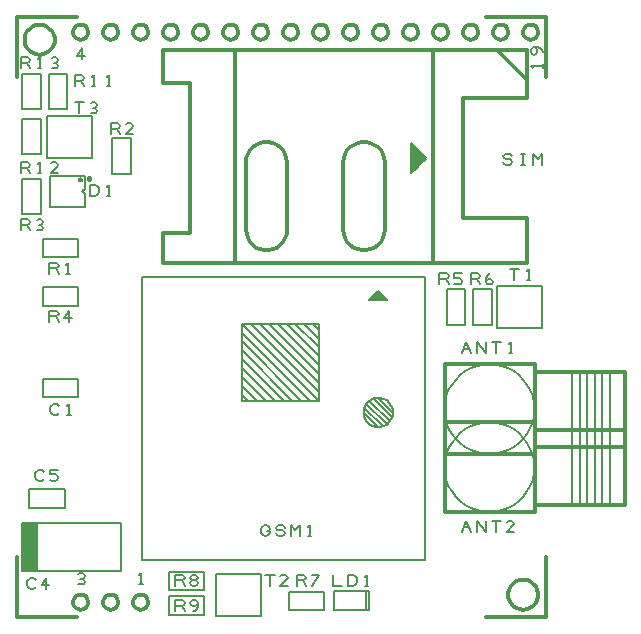
<source format=gbr>
%FSLAX23Y23*%
%MOIN*%
G04 EasyPC Gerber Version 13.0.2 Build 2807 *
%ADD10C,0.00500*%
%ADD14C,0.00800*%
%ADD11C,0.01200*%
X0Y0D02*
D02*
D10*
X17040Y18297D02*
Y18334D01*
X17061*
X17068Y18331*
X17071Y18325*
X17068Y18319*
X17061Y18316*
X17040*
X17061D02*
X17071Y18297D01*
X17093Y18300D02*
X17099Y18297D01*
X17105*
X17111Y18300*
X17115Y18306*
X17111Y18313*
X17105Y18316*
X17099*
X17105D02*
X17111Y18319D01*
X17115Y18325*
X17111Y18331*
X17105Y18334*
X17099*
X17093Y18331*
X17040Y18487D02*
Y18524D01*
X17061*
X17068Y18521*
X17071Y18515*
X17068Y18509*
X17061Y18506*
X17040*
X17061D02*
X17071Y18487D01*
X17096D02*
X17108D01*
X17102D02*
Y18524D01*
X17096Y18518*
X17165Y18487D02*
X17140D01*
X17161Y18509*
X17165Y18515*
X17161Y18521*
X17155Y18524*
X17146*
X17140Y18521*
X17040Y18837D02*
Y18874D01*
X17061*
X17068Y18871*
X17071Y18865*
X17068Y18859*
X17061Y18856*
X17040*
X17061D02*
X17071Y18837D01*
X17096D02*
X17108D01*
X17102D02*
Y18874D01*
X17096Y18868*
X17143Y18840D02*
X17149Y18837D01*
X17155*
X17161Y18840*
X17165Y18846*
X17161Y18852*
X17155Y18856*
X17149*
X17155D02*
X17161Y18859D01*
X17165Y18865*
X17161Y18871*
X17155Y18874*
X17149*
X17143Y18871*
X17045Y17163D02*
X17095D01*
Y17323*
X17045*
Y17163*
X17095*
X17045Y17166D02*
X17095D01*
X17045Y17169D02*
X17095D01*
X17045Y17172D02*
X17095D01*
X17045Y17175D02*
X17095D01*
X17045Y17177D02*
X17095D01*
X17045Y17180D02*
X17095D01*
X17045Y17184D02*
X17095D01*
X17045Y17187D02*
X17095D01*
X17045Y17190D02*
X17095D01*
X17045Y17192D02*
X17095D01*
X17045Y17195D02*
X17095D01*
X17045Y17199D02*
X17095D01*
X17045Y17202D02*
X17095D01*
X17045Y17205D02*
X17095D01*
X17045Y17208D02*
X17095D01*
X17045Y17211D02*
X17095D01*
X17045Y17214D02*
X17095D01*
X17045Y17217D02*
X17095D01*
X17045Y17220D02*
X17095D01*
X17045Y17223D02*
X17095D01*
X17045Y17226D02*
X17095D01*
X17045Y17229D02*
X17095D01*
X17045Y17232D02*
X17095D01*
X17045Y17235D02*
X17095D01*
X17045Y17238D02*
X17095D01*
X17045Y17241D02*
X17095D01*
X17045Y17244D02*
X17095D01*
X17045Y17247D02*
X17095D01*
X17045Y17250D02*
X17095D01*
X17045Y17253D02*
X17095D01*
X17045Y17256D02*
X17095D01*
X17045Y17259D02*
X17095D01*
X17045Y17262D02*
X17095D01*
X17045Y17265D02*
X17095D01*
X17045Y17267D02*
X17095D01*
X17045Y17270D02*
X17095D01*
X17045Y17274D02*
X17095D01*
X17045Y17277D02*
X17095D01*
X17045Y17280D02*
X17095D01*
X17045Y17283D02*
X17095D01*
X17045Y17286D02*
X17095D01*
X17045Y17289D02*
X17095D01*
X17045Y17292D02*
X17095D01*
X17045Y17295D02*
X17095D01*
X17045Y17298D02*
X17095D01*
X17045Y17301D02*
X17095D01*
X17045Y17304D02*
X17095D01*
X17045Y17307D02*
X17095D01*
X17045Y17310D02*
X17095D01*
X17045Y17313D02*
X17095D01*
X17045Y17316D02*
X17095D01*
X17045Y17319D02*
X17095D01*
X17045Y17322D02*
X17095D01*
X17045Y17163D02*
X17375D01*
Y17323*
X17045*
Y17163*
X17045Y18819D02*
Y18701D01*
X17108*
Y18819*
X17045*
X17091Y17108D02*
X17088Y17105D01*
X17081Y17102*
X17072*
X17066Y17105*
X17063Y17108*
X17060Y17114*
Y17127*
X17063Y17133*
X17066Y17136*
X17072Y17139*
X17081*
X17088Y17136*
X17091Y17133*
X17125Y17102D02*
Y17139D01*
X17110Y17114*
X17135*
X17118Y17468D02*
X17115Y17465D01*
X17109Y17462*
X17100*
X17093Y17465*
X17090Y17468*
X17087Y17474*
Y17487*
X17090Y17493*
X17093Y17496*
X17100Y17499*
X17109*
X17115Y17496*
X17118Y17493*
X17137Y17465D02*
X17143Y17462D01*
X17153*
X17159Y17465*
X17162Y17471*
Y17474*
X17159Y17481*
X17153Y17484*
X17137*
Y17499*
X17162*
X17106Y18351D02*
Y18469D01*
X17044*
Y18351*
X17106*
Y18551D02*
Y18669D01*
X17044*
Y18551*
X17106*
X17113Y17741D02*
X17231D01*
Y17803*
X17113*
Y17741*
Y18046D02*
X17231D01*
Y18108*
X17113*
Y18046*
X17133Y18819D02*
Y18701D01*
X17195*
Y18819*
X17133*
X17135Y17992D02*
Y18029D01*
X17156*
X17163Y18026*
X17166Y18020*
X17163Y18014*
X17156Y18011*
X17135*
X17156D02*
X17166Y17992D01*
X17200D02*
Y18029D01*
X17185Y18004*
X17210*
X17135Y18152D02*
Y18189D01*
X17156*
X17163Y18186*
X17166Y18180*
X17163Y18174*
X17156Y18171*
X17135*
X17156D02*
X17166Y18152D01*
X17191D02*
X17203D01*
X17197D02*
Y18189D01*
X17191Y18183*
X17168Y17687D02*
X17165Y17684D01*
X17159Y17681*
X17149*
X17143Y17684*
X17140Y17687*
X17137Y17694*
Y17706*
X17140Y17712*
X17143Y17715*
X17149Y17719*
X17159*
X17165Y17715*
X17168Y17712*
X17193Y17681D02*
X17206D01*
X17199D02*
Y17719D01*
X17193Y17712*
X17186Y17434D02*
X17068D01*
Y17372*
X17186*
Y17434*
X17235Y18687D02*
Y18724D01*
X17220D02*
X17251D01*
X17273Y18690D02*
X17279Y18687D01*
X17285*
X17291Y18690*
X17295Y18696*
X17291Y18703*
X17285Y18706*
X17279*
X17285D02*
X17291Y18709D01*
X17295Y18715*
X17291Y18721*
X17285Y18724*
X17279*
X17273Y18721*
X17220Y18777D02*
Y18814D01*
X17241*
X17248Y18811*
X17251Y18805*
X17248Y18799*
X17241Y18796*
X17220*
X17241D02*
X17251Y18777D01*
X17276D02*
X17288D01*
X17282D02*
Y18814D01*
X17276Y18808*
X17326Y18777D02*
X17338D01*
X17332D02*
Y18814D01*
X17326Y18808*
X17230Y17120D02*
X17236Y17117D01*
X17243*
X17249Y17120*
X17252Y17126*
X17249Y17133*
X17243Y17136*
X17236*
X17243D02*
X17249Y17139D01*
X17252Y17145*
X17249Y17151*
X17243Y17154*
X17236*
X17230Y17151*
X17243Y18867D02*
Y18904D01*
X17227Y18879*
X17252*
X17231Y18269D02*
X17113D01*
Y18207*
X17231*
Y18269*
X17238Y18461D02*
X17242Y18462D01*
X17244Y18466*
X17242Y18469*
X17238Y18471*
X17235Y18469*
X17233Y18466*
X17235Y18462*
X17238Y18461*
X17234Y18464D02*
X17243D01*
X17233Y18467D02*
X17243D01*
X17235Y18470D02*
X17242D01*
X17252Y18480D02*
Y18434D01*
X17245Y18427*
X17252Y18419*
Y18375*
X17137*
Y18480*
X17252*
X17268Y18475D02*
X17264Y18474D01*
X17262Y18471*
X17262Y18467*
X17264Y18464*
X17268Y18463*
X17272Y18464*
X17274Y18467*
X17274Y18471*
X17272Y18474*
X17268Y18475*
X17266Y18463D02*
X17270D01*
X17262Y18466D02*
X17274D01*
X17262Y18469D02*
X17274D01*
X17263Y18472D02*
X17273D01*
X17270Y18412D02*
Y18449D01*
X17288*
X17295Y18446*
X17298Y18443*
X17301Y18437*
Y18424*
X17298Y18418*
X17295Y18415*
X17288Y18412*
X17270*
X17326D02*
X17338D01*
X17332D02*
Y18449D01*
X17326Y18443*
X17277Y18677D02*
X17127D01*
Y18538*
X17277*
Y18677*
X17340Y18617D02*
Y18654D01*
X17361*
X17368Y18651*
X17371Y18645*
X17368Y18639*
X17361Y18636*
X17340*
X17361D02*
X17371Y18617D01*
X17415D02*
X17390D01*
X17411Y18639*
X17415Y18645*
X17411Y18651*
X17405Y18654*
X17396*
X17390Y18651*
X17406Y18486D02*
Y18604D01*
X17344*
Y18486*
X17406*
X17433Y17117D02*
X17446D01*
X17440D02*
Y17154D01*
X17433Y17148*
X17443Y18143D02*
Y17198D01*
X18388*
Y18143*
X17443*
X17555Y17027D02*
Y17064D01*
X17576*
X17583Y17061*
X17586Y17055*
X17583Y17049*
X17576Y17046*
X17555*
X17576D02*
X17586Y17027D01*
X17614D02*
X17620Y17030D01*
X17626Y17036*
X17630Y17046*
Y17055*
X17626Y17061*
X17620Y17064*
X17614*
X17608Y17061*
X17605Y17055*
X17608Y17049*
X17614Y17046*
X17620*
X17626Y17049*
X17630Y17055*
X17555Y17112D02*
Y17149D01*
X17576*
X17583Y17146*
X17586Y17140*
X17583Y17134*
X17576Y17131*
X17555*
X17576D02*
X17586Y17112D01*
X17614Y17131D02*
X17620D01*
X17626Y17134*
X17630Y17140*
X17626Y17146*
X17620Y17149*
X17614*
X17608Y17146*
X17605Y17140*
X17608Y17134*
X17614Y17131*
X17608Y17128*
X17605Y17121*
X17608Y17115*
X17614Y17112*
X17620*
X17626Y17115*
X17630Y17121*
X17626Y17128*
X17620Y17131*
X17651Y17077D02*
X17533D01*
Y17014*
X17651*
Y17077*
Y17159D02*
X17533D01*
Y17097*
X17651*
Y17159*
X17778Y17749D02*
X17798Y17730D01*
X17778Y17779D02*
X17827Y17730D01*
X17778Y17808D02*
X17857Y17730D01*
X17778Y17838D02*
X17886Y17730D01*
X17778Y17868D02*
X17916Y17730D01*
X17778Y17897D02*
X17945Y17730D01*
X17778Y17927D02*
X17975Y17730D01*
X17778Y17956D02*
X18004Y17730D01*
X17778Y17986D02*
X18034Y17730D01*
X17778Y17986D02*
Y17730D01*
X18034*
Y17986*
X17778*
X17807D02*
X18034Y17759D01*
X17837Y17986D02*
X18034Y17789D01*
X17840Y17153D02*
X17690D01*
Y17013*
X17840*
Y17152*
X17861Y17294D02*
X17871D01*
Y17290*
X17868Y17284*
X17865Y17281*
X17858Y17278*
X17852*
X17846Y17281*
X17843Y17284*
X17840Y17290*
Y17303*
X17843Y17309*
X17846Y17312*
X17852Y17315*
X17858*
X17865Y17312*
X17868Y17309*
X17871Y17303*
X17890Y17287D02*
X17893Y17281D01*
X17899Y17278*
X17911*
X17918Y17281*
X17921Y17287*
X17918Y17294*
X17911Y17297*
X17899*
X17893Y17300*
X17890Y17306*
X17893Y17312*
X17899Y17315*
X17911*
X17918Y17312*
X17921Y17306*
X17940Y17278D02*
Y17315D01*
X17955Y17297*
X17971Y17315*
Y17278*
X17996D02*
X18008D01*
X18002D02*
Y17315D01*
X17996Y17309*
X17870Y17112D02*
Y17149D01*
X17855D02*
X17886D01*
X17930Y17112D02*
X17905D01*
X17926Y17134*
X17930Y17140*
X17926Y17146*
X17920Y17149*
X17911*
X17905Y17146*
X17867Y17986D02*
X18034Y17818D01*
X17896Y17986D02*
X18034Y17848D01*
X17926Y17986D02*
X18034Y17877D01*
X17933Y17031D02*
X18051D01*
Y17093*
X17933*
Y17031*
X17955Y17986D02*
X18034Y17907D01*
X17960Y17112D02*
Y17149D01*
X17981*
X17988Y17146*
X17991Y17140*
X17988Y17134*
X17981Y17131*
X17960*
X17981D02*
X17991Y17112D01*
X18010D02*
X18035Y17149D01*
X18010*
X17985Y17986D02*
X18034Y17936D01*
X18014Y17986D02*
X18034Y17966D01*
X18080Y17149D02*
Y17112D01*
X18111*
X18130D02*
Y17149D01*
X18148*
X18155Y17146*
X18158Y17143*
X18161Y17137*
Y17124*
X18158Y17118*
X18155Y17115*
X18148Y17112*
X18130*
X18186D02*
X18198D01*
X18192D02*
Y17149D01*
X18186Y17143*
X18182Y17690D02*
X18231Y17641D01*
X18185Y17706D02*
X18246Y17645D01*
X18190Y17033D02*
Y17093D01*
X18191Y17720D02*
X18260Y17651D01*
X18201Y17730D02*
X18270Y17661D01*
X18201Y17094D02*
X18083D01*
Y17032*
X18201*
Y17094*
X18231Y17740D02*
X18280Y17690D01*
X18231Y18094D02*
X18201Y18064D01*
X18260*
X18231Y18094*
X18204Y18067D02*
X18258D01*
X18207Y18070D02*
X18255D01*
X18210Y18073D02*
X18252D01*
X18213Y18076D02*
X18249D01*
X18216Y18079D02*
X18246D01*
X18219Y18082D02*
X18243D01*
X18222Y18085D02*
X18240D01*
X18225Y18088D02*
X18237D01*
X18228Y18091D02*
X18234D01*
X18276Y17675D02*
X18214Y17737D01*
X18280Y17690D02*
X18279Y17702D01*
X18274Y17713*
X18268Y17723*
X18259Y17731*
X18248Y17736*
X18237Y17739*
X18225*
X18213Y17736*
X18203Y17731*
X18194Y17723*
X18187Y17713*
X18183Y17702*
X18182Y17690*
X18183Y17679*
X18187Y17668*
X18194Y17658*
X18203Y17650*
X18213Y17644*
X18225Y17642*
X18237*
X18248Y17644*
X18259Y17650*
X18268Y17658*
X18274Y17668*
X18279Y17679*
X18280Y17690*
X18340Y18587D02*
Y18487D01*
X18390Y18537*
X18340Y18587*
Y18488D02*
X18341D01*
X18340Y18491D02*
X18344D01*
X18340Y18494D02*
X18347D01*
X18340Y18497D02*
X18350D01*
X18340Y18500D02*
X18353D01*
X18340Y18503D02*
X18356D01*
X18340Y18506D02*
X18359D01*
X18340Y18509D02*
X18362D01*
X18340Y18512D02*
X18365D01*
X18340Y18515D02*
X18368D01*
X18340Y18518D02*
X18371D01*
X18340Y18521D02*
X18374D01*
X18340Y18524D02*
X18377D01*
X18340Y18527D02*
X18380D01*
X18340Y18530D02*
X18383D01*
X18340Y18533D02*
X18386D01*
X18340Y18536D02*
X18389D01*
X18340Y18539D02*
X18388D01*
X18340Y18542D02*
X18385D01*
X18340Y18545D02*
X18382D01*
X18340Y18548D02*
X18379D01*
X18340Y18551D02*
X18376D01*
X18340Y18554D02*
X18373D01*
X18340Y18557D02*
X18370D01*
X18340Y18560D02*
X18367D01*
X18340Y18563D02*
X18364D01*
X18340Y18566D02*
X18361D01*
X18340Y18569D02*
X18358D01*
X18340Y18572D02*
X18355D01*
X18340Y18575D02*
X18352D01*
X18340Y18578D02*
X18349D01*
X18340Y18581D02*
X18346D01*
X18340Y18584D02*
X18343D01*
X18435Y18117D02*
Y18154D01*
X18456*
X18463Y18151*
X18466Y18145*
X18463Y18139*
X18456Y18136*
X18435*
X18456D02*
X18466Y18117D01*
X18485Y18120D02*
X18491Y18117D01*
X18500*
X18506Y18120*
X18510Y18126*
Y18129*
X18506Y18136*
X18500Y18139*
X18485*
Y18154*
X18510*
Y17292D02*
X18525Y17329D01*
X18541Y17292*
X18516Y17308D02*
X18535D01*
X18560Y17292D02*
Y17329D01*
X18591Y17292*
Y17329*
X18625Y17292D02*
Y17329D01*
X18610D02*
X18641D01*
X18685Y17292D02*
X18660D01*
X18681Y17314*
X18685Y17320*
X18681Y17326*
X18675Y17329*
X18666*
X18660Y17326*
X18510Y17887D02*
X18525Y17924D01*
X18541Y17887*
X18516Y17903D02*
X18535D01*
X18560Y17887D02*
Y17924D01*
X18591Y17887*
Y17924*
X18625Y17887D02*
Y17924D01*
X18610D02*
X18641D01*
X18666Y17887D02*
X18678D01*
X18672D02*
Y17924D01*
X18666Y17918*
X18521Y17983D02*
Y18102D01*
X18459*
Y17983*
X18521*
X18540Y18117D02*
Y18154D01*
X18561*
X18568Y18151*
X18571Y18145*
X18568Y18139*
X18561Y18136*
X18540*
X18561D02*
X18571Y18117D01*
X18590Y18126D02*
X18593Y18133D01*
X18599Y18136*
X18605*
X18611Y18133*
X18615Y18126*
X18611Y18120*
X18605Y18117*
X18599*
X18593Y18120*
X18590Y18126*
Y18136*
X18593Y18145*
X18599Y18151*
X18605Y18154*
X18609Y17983D02*
Y18102D01*
X18546*
Y17983*
X18609*
X18647Y18525D02*
X18650Y18519D01*
X18656Y18516*
X18669*
X18675Y18519*
X18678Y18525*
X18675Y18532*
X18669Y18535*
X18656*
X18650Y18538*
X18647Y18544*
X18650Y18550*
X18656Y18553*
X18669*
X18675Y18550*
X18678Y18544*
X18706Y18516D02*
X18719D01*
X18713D02*
Y18553D01*
X18706D02*
X18719D01*
X18747Y18516D02*
Y18553D01*
X18763Y18535*
X18778Y18553*
Y18516*
X18685Y18132D02*
Y18169D01*
X18670D02*
X18701D01*
X18726Y18132D02*
X18738D01*
X18732D02*
Y18169D01*
X18726Y18163*
X18777Y18112D02*
X18627D01*
Y17972*
X18777*
Y18111*
X18779Y18839D02*
Y18851D01*
Y18845D02*
X18741D01*
X18747Y18839*
X18779Y18892D02*
X18776Y18898D01*
X18769Y18904*
X18760Y18907*
X18751*
X18744Y18904*
X18741Y18898*
Y18892*
X18744Y18885*
X18751Y18882*
X18757Y18885*
X18760Y18892*
Y18898*
X18757Y18904*
X18751Y18907*
D02*
D11*
X17027Y18808D02*
Y19008D01*
X17227*
X17102Y18983D02*
X17090Y18981D01*
X17079Y18977*
X17069Y18970*
X17061Y18961*
X17055Y18950*
X17052Y18939*
Y18926*
X17055Y18915*
X17061Y18904*
X17069Y18895*
X17079Y18888*
X17090Y18884*
X17102Y18883*
X17114Y18884*
X17125Y18888*
X17135Y18895*
X17143Y18904*
X17149Y18915*
X17152Y18926*
Y18939*
X17149Y18950*
X17143Y18961*
X17135Y18970*
X17125Y18977*
X17114Y18981*
X17102Y18983*
X17227Y17008D02*
X17027D01*
Y17208*
X17240Y17083D02*
X17231Y17081D01*
X17224Y17077*
X17218Y17070*
X17215Y17062*
Y17053*
X17218Y17045*
X17224Y17038*
X17231Y17034*
X17240Y17033*
X17248Y17034*
X17256Y17038*
X17261Y17045*
X17264Y17053*
Y17062*
X17261Y17070*
X17256Y17077*
X17248Y17081*
X17240Y17083*
Y18983D02*
X17231Y18981D01*
X17224Y18977*
X17218Y18970*
X17215Y18962*
Y18953*
X17218Y18945*
X17224Y18938*
X17231Y18934*
X17240Y18933*
X17248Y18934*
X17256Y18938*
X17261Y18945*
X17264Y18953*
Y18962*
X17261Y18970*
X17256Y18977*
X17248Y18981*
X17240Y18983*
X17340Y17083D02*
X17331Y17081D01*
X17324Y17077*
X17318Y17070*
X17315Y17062*
Y17053*
X17318Y17045*
X17324Y17038*
X17331Y17034*
X17340Y17033*
X17348Y17034*
X17356Y17038*
X17361Y17045*
X17364Y17053*
Y17062*
X17361Y17070*
X17356Y17077*
X17348Y17081*
X17340Y17083*
Y18983D02*
X17331Y18981D01*
X17324Y18977*
X17318Y18970*
X17315Y18962*
Y18953*
X17318Y18945*
X17324Y18938*
X17331Y18934*
X17340Y18933*
X17348Y18934*
X17356Y18938*
X17361Y18945*
X17364Y18953*
Y18962*
X17361Y18970*
X17356Y18977*
X17348Y18981*
X17340Y18983*
X17440Y17083D02*
X17431Y17081D01*
X17424Y17077*
X17418Y17070*
X17415Y17062*
Y17053*
X17418Y17045*
X17424Y17038*
X17431Y17034*
X17440Y17033*
X17448Y17034*
X17456Y17038*
X17461Y17045*
X17464Y17053*
Y17062*
X17461Y17070*
X17456Y17077*
X17448Y17081*
X17440Y17083*
Y18983D02*
X17431Y18981D01*
X17424Y18977*
X17418Y18970*
X17415Y18962*
Y18953*
X17418Y18945*
X17424Y18938*
X17431Y18934*
X17440Y18933*
X17448Y18934*
X17456Y18938*
X17461Y18945*
X17464Y18953*
Y18962*
X17461Y18970*
X17456Y18977*
X17448Y18981*
X17440Y18983*
X17515Y18187D02*
Y18287D01*
X17603*
Y18787*
X17515*
Y18900*
X18728*
Y18737*
X18515*
Y18337*
X18728*
Y18187*
X17515*
X17540Y18983D02*
X17531Y18981D01*
X17524Y18977*
X17518Y18970*
X17515Y18962*
Y18953*
X17518Y18945*
X17524Y18938*
X17531Y18934*
X17540Y18933*
X17548Y18934*
X17556Y18938*
X17561Y18945*
X17564Y18953*
Y18962*
X17561Y18970*
X17556Y18977*
X17548Y18981*
X17540Y18983*
X17640D02*
X17631Y18981D01*
X17624Y18977*
X17618Y18970*
X17615Y18962*
Y18953*
X17618Y18945*
X17624Y18938*
X17631Y18934*
X17640Y18933*
X17648Y18934*
X17656Y18938*
X17661Y18945*
X17664Y18953*
Y18962*
X17661Y18970*
X17656Y18977*
X17648Y18981*
X17640Y18983*
X17740D02*
X17731Y18981D01*
X17724Y18977*
X17718Y18970*
X17715Y18962*
Y18953*
X17718Y18945*
X17724Y18938*
X17731Y18934*
X17740Y18933*
X17748Y18934*
X17756Y18938*
X17761Y18945*
X17764Y18953*
Y18962*
X17761Y18970*
X17756Y18977*
X17748Y18981*
X17740Y18983*
X17753Y18187D02*
Y18899D01*
X17790Y18299D02*
X17792Y18285D01*
X17796Y18271*
X17803Y18259*
X17813Y18248*
X17824Y18240*
X17837Y18234*
X17851Y18231*
X17866Y18231*
X17880Y18234*
X17893Y18240*
X17904Y18248*
X17914Y18259*
X17921Y18271*
X17926Y18285*
X17927Y18299*
X17927Y18524*
X17925Y18538*
X17921Y18552*
X17914Y18564*
X17904Y18575*
X17892Y18583*
X17879Y18589*
X17865Y18592*
X17851Y18592*
X17837Y18589*
X17824Y18583*
X17812Y18575*
X17803Y18564*
X17796Y18552*
X17791Y18538*
X17790Y18524*
X17790Y18299*
X17840Y18983D02*
X17831Y18981D01*
X17824Y18977*
X17818Y18970*
X17815Y18962*
Y18953*
X17818Y18945*
X17824Y18938*
X17831Y18934*
X17840Y18933*
X17848Y18934*
X17856Y18938*
X17861Y18945*
X17864Y18953*
Y18962*
X17861Y18970*
X17856Y18977*
X17848Y18981*
X17840Y18983*
X17940D02*
X17931Y18981D01*
X17924Y18977*
X17918Y18970*
X17915Y18962*
Y18953*
X17918Y18945*
X17924Y18938*
X17931Y18934*
X17940Y18933*
X17948Y18934*
X17956Y18938*
X17961Y18945*
X17964Y18953*
Y18962*
X17961Y18970*
X17956Y18977*
X17948Y18981*
X17940Y18983*
X18040D02*
X18031Y18981D01*
X18024Y18977*
X18018Y18970*
X18015Y18962*
Y18953*
X18018Y18945*
X18024Y18938*
X18031Y18934*
X18040Y18933*
X18048Y18934*
X18056Y18938*
X18061Y18945*
X18064Y18953*
Y18962*
X18061Y18970*
X18056Y18977*
X18048Y18981*
X18040Y18983*
X18115Y18299D02*
X18117Y18285D01*
X18121Y18271*
X18128Y18259*
X18138Y18248*
X18149Y18240*
X18162Y18234*
X18176Y18231*
X18191Y18231*
X18205Y18234*
X18218Y18240*
X18229Y18248*
X18239Y18259*
X18246Y18271*
X18251Y18285*
X18252Y18299*
X18252Y18524*
X18250Y18538*
X18246Y18552*
X18239Y18564*
X18229Y18575*
X18217Y18583*
X18204Y18589*
X18190Y18592*
X18176Y18592*
X18162Y18589*
X18149Y18583*
X18137Y18575*
X18128Y18564*
X18121Y18552*
X18116Y18538*
X18115Y18524*
X18115Y18299*
X18140Y18983D02*
X18131Y18981D01*
X18124Y18977*
X18118Y18970*
X18115Y18962*
Y18953*
X18118Y18945*
X18124Y18938*
X18131Y18934*
X18140Y18933*
X18148Y18934*
X18156Y18938*
X18161Y18945*
X18164Y18953*
Y18962*
X18161Y18970*
X18156Y18977*
X18148Y18981*
X18140Y18983*
X18240D02*
X18231Y18981D01*
X18224Y18977*
X18218Y18970*
X18215Y18962*
Y18953*
X18218Y18945*
X18224Y18938*
X18231Y18934*
X18240Y18933*
X18248Y18934*
X18256Y18938*
X18261Y18945*
X18264Y18953*
Y18962*
X18261Y18970*
X18256Y18977*
X18248Y18981*
X18240Y18983*
X18340D02*
X18331Y18981D01*
X18324Y18977*
X18318Y18970*
X18315Y18962*
Y18953*
X18318Y18945*
X18324Y18938*
X18331Y18934*
X18340Y18933*
X18348Y18934*
X18356Y18938*
X18361Y18945*
X18364Y18953*
Y18962*
X18361Y18970*
X18356Y18977*
X18348Y18981*
X18340Y18983*
X18415Y18187D02*
Y18899D01*
X18440Y18983D02*
X18431Y18981D01*
X18424Y18977*
X18418Y18970*
X18415Y18962*
Y18953*
X18418Y18945*
X18424Y18938*
X18431Y18934*
X18440Y18933*
X18448Y18934*
X18456Y18938*
X18461Y18945*
X18464Y18953*
Y18962*
X18461Y18970*
X18456Y18977*
X18448Y18981*
X18440Y18983*
X18540D02*
X18531Y18981D01*
X18524Y18977*
X18518Y18970*
X18515Y18962*
Y18953*
X18518Y18945*
X18524Y18938*
X18531Y18934*
X18540Y18933*
X18548Y18934*
X18556Y18938*
X18561Y18945*
X18564Y18953*
Y18962*
X18561Y18970*
X18556Y18977*
X18548Y18981*
X18540Y18983*
X18590Y19008D02*
X18790D01*
Y18808*
X18628Y18899D02*
X18728Y18799D01*
X18640Y18983D02*
X18631Y18981D01*
X18624Y18977*
X18618Y18970*
X18615Y18962*
Y18953*
X18618Y18945*
X18624Y18938*
X18631Y18934*
X18640Y18933*
X18648Y18934*
X18656Y18938*
X18661Y18945*
X18664Y18953*
Y18962*
X18661Y18970*
X18656Y18977*
X18648Y18981*
X18640Y18983*
X18715Y17133D02*
X18703Y17131D01*
X18691Y17127*
X18681Y17120*
X18673Y17111*
X18668Y17100*
X18665Y17089*
Y17076*
X18668Y17065*
X18673Y17054*
X18681Y17045*
X18691Y17038*
X18703Y17034*
X18715Y17033*
X18727Y17034*
X18738Y17038*
X18748Y17045*
X18756Y17054*
X18761Y17065*
X18764Y17076*
Y17089*
X18761Y17100*
X18756Y17111*
X18748Y17120*
X18738Y17127*
X18727Y17131*
X18715Y17133*
X18740Y18983D02*
X18731Y18981D01*
X18724Y18977*
X18718Y18970*
X18715Y18962*
Y18953*
X18718Y18945*
X18724Y18938*
X18731Y18934*
X18740Y18933*
X18748Y18934*
X18756Y18938*
X18761Y18945*
X18764Y18953*
Y18962*
X18761Y18970*
X18756Y18977*
X18748Y18981*
X18740Y18983*
X18752Y17658D02*
X18452D01*
Y17358*
X18752*
Y17658*
Y17851D02*
X18452D01*
Y17551*
X18752*
Y17851*
X18790Y17208D02*
Y17008D01*
X18590*
X19052Y17633D02*
X18752D01*
Y17383*
X19052*
Y17633*
Y17826D02*
X18752D01*
Y17576*
X19052*
Y17826*
D02*
D14*
X18602Y17358D02*
X18623Y17359D01*
X18644Y17364*
X18664Y17371*
X18683Y17382*
X18700Y17395*
X18715Y17410*
X18728Y17427*
X18738Y17446*
X18746Y17466*
X18750Y17487*
X18752Y17508*
X18750Y17529*
X18746Y17550*
X18738Y17570*
X18728Y17589*
X18715Y17606*
X18700Y17621*
X18683Y17634*
X18664Y17644*
X18644Y17652*
X18623Y17656*
X18602Y17658*
X18581Y17656*
X18560Y17652*
X18540Y17644*
X18521Y17634*
X18504Y17621*
X18489Y17606*
X18476Y17589*
X18465Y17570*
X18458Y17550*
X18453Y17529*
X18452Y17508*
X18453Y17487*
X18458Y17466*
X18465Y17446*
X18476Y17427*
X18489Y17410*
X18504Y17395*
X18521Y17382*
X18540Y17371*
X18560Y17364*
X18581Y17359*
X18602Y17358*
Y17551D02*
X18623Y17553D01*
X18644Y17557*
X18664Y17565*
X18683Y17575*
X18700Y17588*
X18715Y17603*
X18728Y17620*
X18738Y17639*
X18746Y17659*
X18750Y17680*
X18752Y17701*
X18750Y17723*
X18746Y17744*
X18738Y17764*
X18728Y17782*
X18715Y17800*
X18700Y17815*
X18683Y17828*
X18664Y17838*
X18644Y17845*
X18623Y17850*
X18602Y17851*
X18581Y17850*
X18560Y17845*
X18540Y17838*
X18521Y17828*
X18504Y17815*
X18489Y17800*
X18476Y17782*
X18465Y17764*
X18458Y17744*
X18453Y17723*
X18452Y17701*
X18453Y17680*
X18458Y17659*
X18465Y17639*
X18476Y17620*
X18489Y17603*
X18504Y17588*
X18521Y17575*
X18540Y17565*
X18560Y17557*
X18581Y17553*
X18602Y17551*
X18877Y17633D02*
Y17383D01*
Y17826D02*
Y17576D01*
X18902Y17633D02*
Y17383D01*
Y17826D02*
Y17576D01*
X18927Y17633D02*
Y17383D01*
Y17826D02*
Y17576D01*
X18952Y17633D02*
Y17383D01*
Y17826D02*
Y17576D01*
X18977Y17633D02*
Y17383D01*
Y17826D02*
Y17576D01*
X19002Y17633D02*
Y17383D01*
Y17826D02*
Y17576D01*
X0Y0D02*
M02*

</source>
